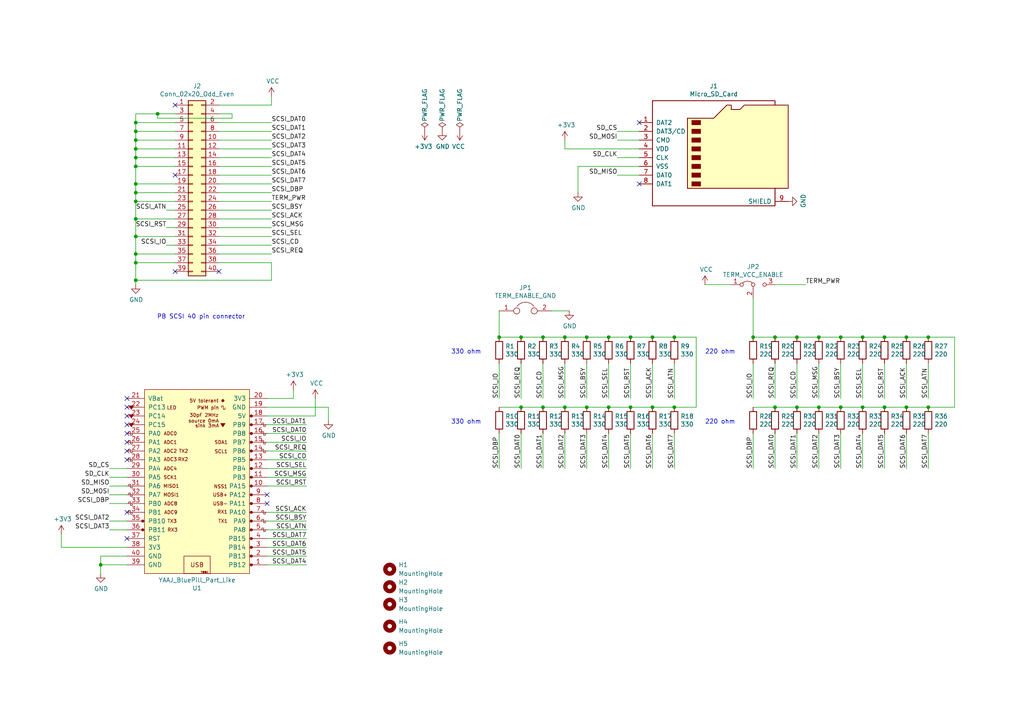
<source format=kicad_sch>
(kicad_sch (version 20211123) (generator eeschema)
  (paper "A4")
  (lib_symbols
    (symbol "Connector:Micro_SD_Card" (pin_names (offset 1.016))
      (property "Reference" "J" (at -16.51 15.24 0))
      (property "Value" "Micro_SD_Card" (at 16.51 15.24 0))
      (symbol "Micro_SD_Card_1_1"
        (pin bidirectional line (at -22.86 7.62 0) (length 3.81) (name "DAT2") (number "1"))
        (pin bidirectional line (at -22.86 5.08 0) (length 3.81) (name "DAT3/CD") (number "2"))
        (pin input line (at -22.86 2.54 0) (length 3.81) (name "CMD") (number "3"))
        (pin power_in line (at -22.86 0 0) (length 3.81) (name "VDD") (number "4"))
        (pin input line (at -22.86 -2.54 0) (length 3.81) (name "CLK") (number "5"))
        (pin power_in line (at -22.86 -5.08 0) (length 3.81) (name "VSS") (number "6"))
        (pin bidirectional line (at -22.86 -7.62 0) (length 3.81) (name "DAT0") (number "7"))
        (pin bidirectional line (at -22.86 -10.16 0) (length 3.81) (name "DAT1") (number "8"))
        (pin passive line (at 20.32 -15.24 180) (length 3.81) (name "SHIELD") (number "9"))
      )
    )
    (symbol "Connector_Generic:Conn_02x20_Odd_Even" (pin_names (offset 1.016) hide)
      (property "Reference" "J" (at 1.27 25.4 0))
      (property "Value" "Conn_02x20_Odd_Even" (at 1.27 -27.94 0))
      (symbol "Conn_02x20_Odd_Even_1_1"
        (pin passive line (at -5.08 22.86 0) (length 3.81) (name "Pin_1") (number "1"))
        (pin passive line (at 7.62 12.7 180) (length 3.81) (name "Pin_10") (number "10"))
        (pin passive line (at -5.08 10.16 0) (length 3.81) (name "Pin_11") (number "11"))
        (pin passive line (at 7.62 10.16 180) (length 3.81) (name "Pin_12") (number "12"))
        (pin passive line (at -5.08 7.62 0) (length 3.81) (name "Pin_13") (number "13"))
        (pin passive line (at 7.62 7.62 180) (length 3.81) (name "Pin_14") (number "14"))
        (pin passive line (at -5.08 5.08 0) (length 3.81) (name "Pin_15") (number "15"))
        (pin passive line (at 7.62 5.08 180) (length 3.81) (name "Pin_16") (number "16"))
        (pin passive line (at -5.08 2.54 0) (length 3.81) (name "Pin_17") (number "17"))
        (pin passive line (at 7.62 2.54 180) (length 3.81) (name "Pin_18") (number "18"))
        (pin passive line (at -5.08 0 0) (length 3.81) (name "Pin_19") (number "19"))
        (pin passive line (at 7.62 22.86 180) (length 3.81) (name "Pin_2") (number "2"))
        (pin passive line (at 7.62 0 180) (length 3.81) (name "Pin_20") (number "20"))
        (pin passive line (at -5.08 -2.54 0) (length 3.81) (name "Pin_21") (number "21"))
        (pin passive line (at 7.62 -2.54 180) (length 3.81) (name "Pin_22") (number "22"))
        (pin passive line (at -5.08 -5.08 0) (length 3.81) (name "Pin_23") (number "23"))
        (pin passive line (at 7.62 -5.08 180) (length 3.81) (name "Pin_24") (number "24"))
        (pin passive line (at -5.08 -7.62 0) (length 3.81) (name "Pin_25") (number "25"))
        (pin passive line (at 7.62 -7.62 180) (length 3.81) (name "Pin_26") (number "26"))
        (pin passive line (at -5.08 -10.16 0) (length 3.81) (name "Pin_27") (number "27"))
        (pin passive line (at 7.62 -10.16 180) (length 3.81) (name "Pin_28") (number "28"))
        (pin passive line (at -5.08 -12.7 0) (length 3.81) (name "Pin_29") (number "29"))
        (pin passive line (at -5.08 20.32 0) (length 3.81) (name "Pin_3") (number "3"))
        (pin passive line (at 7.62 -12.7 180) (length 3.81) (name "Pin_30") (number "30"))
        (pin passive line (at -5.08 -15.24 0) (length 3.81) (name "Pin_31") (number "31"))
        (pin passive line (at 7.62 -15.24 180) (length 3.81) (name "Pin_32") (number "32"))
        (pin passive line (at -5.08 -17.78 0) (length 3.81) (name "Pin_33") (number "33"))
        (pin passive line (at 7.62 -17.78 180) (length 3.81) (name "Pin_34") (number "34"))
        (pin passive line (at -5.08 -20.32 0) (length 3.81) (name "Pin_35") (number "35"))
        (pin passive line (at 7.62 -20.32 180) (length 3.81) (name "Pin_36") (number "36"))
        (pin passive line (at -5.08 -22.86 0) (length 3.81) (name "Pin_37") (number "37"))
        (pin passive line (at 7.62 -22.86 180) (length 3.81) (name "Pin_38") (number "38"))
        (pin passive line (at -5.08 -25.4 0) (length 3.81) (name "Pin_39") (number "39"))
        (pin passive line (at 7.62 20.32 180) (length 3.81) (name "Pin_4") (number "4"))
        (pin passive line (at 7.62 -25.4 180) (length 3.81) (name "Pin_40") (number "40"))
        (pin passive line (at -5.08 17.78 0) (length 3.81) (name "Pin_5") (number "5"))
        (pin passive line (at 7.62 17.78 180) (length 3.81) (name "Pin_6") (number "6"))
        (pin passive line (at -5.08 15.24 0) (length 3.81) (name "Pin_7") (number "7"))
        (pin passive line (at 7.62 15.24 180) (length 3.81) (name "Pin_8") (number "8"))
        (pin passive line (at -5.08 12.7 0) (length 3.81) (name "Pin_9") (number "9"))
      )
    )
    (symbol "Device:R" (pin_numbers hide) (pin_names (offset 0))
      (property "Reference" "R" (at 2.032 0 90))
      (property "Value" "R" (at 0 0 90))
      (symbol "R_1_1"
        (pin passive line (at 0 3.81 270) (length 1.27) (name "~") (number "1"))
        (pin passive line (at 0 -3.81 90) (length 1.27) (name "~") (number "2"))
      )
    )
    (symbol "Jumper:Jumper_3_Bridged12" (pin_names (offset 0) hide)
      (property "Reference" "JP" (at -2.54 -2.54 0))
      (property "Value" "Jumper_3_Bridged12" (at 0 2.794 0))
      (symbol "Jumper_3_Bridged12_1_1"
        (pin passive line (at -6.35 0 0) (length 2.54) (name "A") (number "1"))
        (pin passive line (at 0 -3.81 90) (length 2.54) (name "C") (number "2"))
        (pin passive line (at 6.35 0 180) (length 2.54) (name "B") (number "3"))
      )
    )
    (symbol "Mechanical:MountingHole" (pin_names (offset 1.016))
      (property "Reference" "H" (at 0 5.08 0))
      (property "Value" "MountingHole" (at 0 3.175 0))
    )
    (symbol "YAAJ_BluePill_Part_Like:YAAJ_BluePill_Part_Like" (pin_names (offset 1.016))
      (property "Reference" "U" (at -12.7 25.4 0))
      (property "Value" "YAAJ_BluePill_Part_Like" (at 0 2.54 90))
      (symbol "YAAJ_BluePill_Part_Like_0_0"
        (text "30pF 2MHz" (at -2.032 -20.574 0) (effects (font (size 0.9906 0.9906))))
        (text "5V tolerant" (at -2.032 -24.765 0) (effects (font (size 0.9906 0.9906))))
        (text "ADC0" (at 7.747 -15.24 0) (effects (font (size 0.9906 0.9906))))
        (text "ADC1" (at 7.747 -12.7 0) (effects (font (size 0.9906 0.9906))))
        (text "ADC2" (at 7.747 -10.16 0) (effects (font (size 0.9906 0.9906))))
        (text "ADC3" (at 7.747 -7.747 0) (effects (font (size 0.9906 0.9906))))
        (text "ADC4" (at 7.747 -5.08 0) (effects (font (size 0.9906 0.9906))))
        (text "ADC8" (at 7.62 5.08 0) (effects (font (size 0.9906 0.9906))))
        (text "ADC9" (at 7.62 7.62 0) (effects (font (size 0.9906 0.9906))))
        (text "LED" (at 7.366 -22.733 0) (effects (font (size 0.9906 0.9906))))
        (text "MISO1" (at 7.493 0 0) (effects (font (size 0.9906 0.9906))))
        (text "MOSI1" (at 7.493 2.54 0) (effects (font (size 0.9906 0.9906))))
        (text "NSS1" (at -6.858 0.127 0) (effects (font (size 0.9906 0.9906))))
        (text "PWM pin" (at -3.175 -22.733 0) (effects (font (size 0.9906 0.9906))))
        (text "RX1" (at -7.366 7.493 0) (effects (font (size 0.9906 0.9906))))
        (text "RX2" (at 4.064 -7.747 0) (effects (font (size 0.9906 0.9906))))
        (text "RX3" (at 7.112 12.7 0) (effects (font (size 0.9906 0.9906))))
        (text "SCK1" (at 7.747 -2.54 0) (effects (font (size 0.9906 0.9906))))
        (text "SCL1" (at -6.985 -10.033 0) (effects (font (size 0.9906 0.9906))))
        (text "SDA1" (at -6.985 -12.7 0) (effects (font (size 0.9906 0.9906))))
        (text "sink 3mA" (at -2.921 -17.526 0) (effects (font (size 0.9906 0.9906))))
        (text "source 0mA" (at -1.905 -18.923 0) (effects (font (size 0.9906 0.9906))))
        (text "TX1" (at -7.493 10.16 0) (effects (font (size 0.9906 0.9906))))
        (text "TX2" (at 3.937 -10.16 0) (effects (font (size 0.9906 0.9906))))
        (text "TX3" (at 7.239 10.16 0) (effects (font (size 0.9906 0.9906))))
        (text "USB" (at 0 22.86 0) (effects (font (size 1.27 1.27))))
        (text "USB+" (at -6.731 2.54 0) (effects (font (size 0.9906 0.9906))))
        (text "USB-" (at -6.731 5.08 0) (effects (font (size 0.9906 0.9906))))
        (text "Y@@J" (at -2.159 24.892 0) (effects (font (size 0.508 0.508))))
      )
      (symbol "YAAJ_BluePill_Part_Like_1_1"
        (pin bidirectional line (at -20.32 22.86 0) (length 5.08) (name "PB12") (number "1"))
        (pin bidirectional line (at -20.32 0 0) (length 5.08) (name "PA15") (number "10"))
        (pin bidirectional line (at -20.32 -2.54 0) (length 5.08) (name "PB3") (number "11"))
        (pin bidirectional line (at -20.32 -5.08 0) (length 5.08) (name "PB4") (number "12"))
        (pin bidirectional line (at -20.32 -7.62 0) (length 5.08) (name "PB5") (number "13"))
        (pin bidirectional line (at -20.32 -10.16 0) (length 5.08) (name "PB6") (number "14"))
        (pin bidirectional line (at -20.32 -12.7 0) (length 5.08) (name "PB7") (number "15"))
        (pin bidirectional line (at -20.32 -15.24 0) (length 5.08) (name "PB8") (number "16"))
        (pin bidirectional line (at -20.32 -17.78 0) (length 5.08) (name "PB9") (number "17"))
        (pin power_in line (at -20.32 -20.32 0) (length 5.08) (name "5V") (number "18"))
        (pin power_in line (at -20.32 -22.86 0) (length 5.08) (name "GND") (number "19"))
        (pin bidirectional line (at -20.32 20.32 0) (length 5.08) (name "PB13") (number "2"))
        (pin power_in line (at -20.32 -25.4 0) (length 5.08) (name "3V3") (number "20"))
        (pin power_in line (at 20.32 -25.4 180) (length 5.08) (name "VBat") (number "21"))
        (pin bidirectional line (at 20.32 -22.86 180) (length 5.08) (name "PC13") (number "22"))
        (pin bidirectional line (at 20.32 -20.32 180) (length 5.08) (name "PC14") (number "23"))
        (pin bidirectional line (at 20.32 -17.78 180) (length 5.08) (name "PC15") (number "24"))
        (pin bidirectional line (at 20.32 -15.24 180) (length 5.08) (name "PA0") (number "25"))
        (pin bidirectional line (at 20.32 -12.7 180) (length 5.08) (name "PA1") (number "26"))
        (pin bidirectional line (at 20.32 -10.16 180) (length 5.08) (name "PA2") (number "27"))
        (pin bidirectional line (at 20.32 -7.62 180) (length 5.08) (name "PA3") (number "28"))
        (pin bidirectional line (at 20.32 -5.08 180) (length 5.08) (name "PA4") (number "29"))
        (pin bidirectional line (at -20.32 17.78 0) (length 5.08) (name "PB14") (number "3"))
        (pin bidirectional line (at 20.32 -2.54 180) (length 5.08) (name "PA5") (number "30"))
        (pin bidirectional line (at 20.32 0 180) (length 5.08) (name "PA6") (number "31"))
        (pin bidirectional line (at 20.32 2.54 180) (length 5.08) (name "PA7") (number "32"))
        (pin bidirectional line (at 20.32 5.08 180) (length 5.08) (name "PB0") (number "33"))
        (pin bidirectional line (at 20.32 7.62 180) (length 5.08) (name "PB1") (number "34"))
        (pin bidirectional line (at 20.32 10.16 180) (length 5.08) (name "PB10") (number "35"))
        (pin bidirectional line (at 20.32 12.7 180) (length 5.08) (name "PB11") (number "36"))
        (pin input line (at 20.32 15.24 180) (length 5.08) (name "RST") (number "37"))
        (pin power_in line (at 20.32 17.78 180) (length 5.08) (name "3V3") (number "38"))
        (pin power_in line (at 20.32 22.86 180) (length 5.08) (name "GND") (number "39"))
        (pin bidirectional line (at -20.32 15.24 0) (length 5.08) (name "PB15") (number "4"))
        (pin power_in line (at 20.32 20.32 180) (length 5.08) (name "GND") (number "40"))
        (pin bidirectional line (at -20.32 12.7 0) (length 5.08) (name "PA8") (number "5"))
        (pin bidirectional line (at -20.32 10.16 0) (length 5.08) (name "PA9") (number "6"))
        (pin bidirectional line (at -20.32 7.62 0) (length 5.08) (name "PA10") (number "7"))
        (pin bidirectional line (at -20.32 5.08 0) (length 5.08) (name "PA11") (number "8"))
        (pin bidirectional line (at -20.32 2.54 0) (length 5.08) (name "PA12") (number "9"))
      )
    )
    (symbol "power:+3.3V" (power) (pin_names (offset 0))
      (property "Value" "+3.3V" (at 0 3.556 0))
      (symbol "+3.3V_1_1"
        (pin power_in line (at 0 0 90) (length 0) hide (name "+3V3") (number "1"))
      )
    )
    (symbol "power:GND" (power) (pin_names (offset 0))
      (property "Value" "GND" (at 0 -3.81 0))
      (symbol "GND_1_1"
        (pin power_in line (at 0 0 270) (length 0) hide (name "GND") (number "1"))
      )
    )
    (symbol "power:PWR_FLAG" (power) (pin_numbers hide) (pin_names (offset 0) hide)
      (property "Value" "PWR_FLAG" (at 0 3.81 0))
      (symbol "PWR_FLAG_0_0"
        (pin power_out line (at 0 0 90) (length 0) (name "pwr") (number "1"))
      )
    )
    (symbol "power:VCC" (power) (pin_names (offset 0))
      (property "Value" "VCC" (at 0 3.81 0))
      (symbol "VCC_1_1"
        (pin power_in line (at 0 0 90) (length 0) hide (name "VCC") (number "1"))
      )
    )
    (symbol "v2-PowerBook-BLUESCSI-dehij-rescue:Jumper-Device" (pin_names (offset 0.762) hide)
      (property "Reference" "JP" (at 0 3.81 0))
      (property "Value" "Jumper-Device" (at 0 -2.032 0))
      (symbol "Jumper-Device_0_1"
        (pin passive line (at -7.62 0 0) (length 4.191) (name "1") (number "1"))
        (pin passive line (at 7.62 0 180) (length 4.191) (name "2") (number "2"))
      )
    )
  )
  (junction (at 39.37 38.1) (diameter 0.9144))
  (junction (at 269.24 118.11) (diameter 0.9144))
  (junction (at 39.37 55.88) (diameter 0.9144))
  (junction (at 195.58 118.11) (diameter 0.9144))
  (junction (at 45.72 33.02) (diameter 0.9144))
  (junction (at 170.18 97.79) (diameter 0.9144))
  (junction (at 218.44 97.79) (diameter 0.9144))
  (junction (at 224.79 97.79) (diameter 0.9144))
  (junction (at 243.84 118.11) (diameter 0.9144))
  (junction (at 176.53 97.79) (diameter 0.9144))
  (junction (at 256.54 118.11) (diameter 0.9144))
  (junction (at 39.37 35.56) (diameter 0.9144))
  (junction (at 170.18 118.11) (diameter 0.9144))
  (junction (at 237.49 118.11) (diameter 0.9144))
  (junction (at 182.88 118.11) (diameter 0.9144))
  (junction (at 243.84 97.79) (diameter 0.9144))
  (junction (at 39.37 73.66) (diameter 0.9144))
  (junction (at 262.89 97.79) (diameter 0.9144))
  (junction (at 176.53 118.11) (diameter 0.9144))
  (junction (at 250.19 97.79) (diameter 0.9144))
  (junction (at 189.23 118.11) (diameter 0.9144))
  (junction (at 39.37 48.26) (diameter 0.9144))
  (junction (at 39.37 81.28) (diameter 0.9144))
  (junction (at 151.13 118.11) (diameter 0.9144))
  (junction (at 231.14 118.11) (diameter 0.9144))
  (junction (at 39.37 43.18) (diameter 0.9144))
  (junction (at 237.49 97.79) (diameter 0.9144))
  (junction (at 39.37 45.72) (diameter 0.9144))
  (junction (at 262.89 118.11) (diameter 0.9144))
  (junction (at 39.37 58.42) (diameter 0.9144))
  (junction (at 231.14 97.79) (diameter 0.9144))
  (junction (at 163.83 97.79) (diameter 0.9144))
  (junction (at 29.21 163.83) (diameter 0.9144))
  (junction (at 39.37 53.34) (diameter 0.9144))
  (junction (at 39.37 63.5) (diameter 0.9144))
  (junction (at 250.19 118.11) (diameter 0.9144))
  (junction (at 39.37 76.2) (diameter 0.9144))
  (junction (at 189.23 97.79) (diameter 0.9144))
  (junction (at 224.79 118.11) (diameter 0.9144))
  (junction (at 39.37 40.64) (diameter 0.9144))
  (junction (at 182.88 97.79) (diameter 0.9144))
  (junction (at 157.48 118.11) (diameter 0.9144))
  (junction (at 256.54 97.79) (diameter 0.9144))
  (junction (at 144.78 97.79) (diameter 0.9144))
  (junction (at 195.58 97.79) (diameter 0.9144))
  (junction (at 269.24 97.79) (diameter 0.9144))
  (junction (at 151.13 97.79) (diameter 0.9144))
  (junction (at 157.48 97.79) (diameter 0.9144))
  (junction (at 163.83 118.11) (diameter 0.9144))
  (junction (at 39.37 68.58) (diameter 0.9144))
  (no_connect (at 36.83 123.19))
  (no_connect (at 36.83 115.57))
  (no_connect (at 36.83 133.35))
  (no_connect (at 36.83 130.81))
  (no_connect (at 63.5 78.74))
  (no_connect (at 50.8 30.48))
  (no_connect (at 36.83 148.59))
  (no_connect (at 50.8 50.8))
  (no_connect (at 185.42 35.56))
  (no_connect (at 36.83 125.73))
  (no_connect (at 36.83 118.11))
  (no_connect (at 185.42 53.34))
  (no_connect (at 36.83 156.21))
  (no_connect (at 77.47 143.51))
  (no_connect (at 36.83 120.65))
  (no_connect (at 50.8 78.74))
  (no_connect (at 36.83 128.27))
  (no_connect (at 77.47 146.05))
  (wire (pts (xy 88.9 140.97) (xy 77.47 140.97)))
  (wire (pts (xy 269.24 125.73) (xy 269.24 135.89)))
  (wire (pts (xy 39.37 76.2) (xy 39.37 81.28)))
  (wire (pts (xy 50.8 38.1) (xy 39.37 38.1)))
  (wire (pts (xy 157.48 118.11) (xy 151.13 118.11)))
  (wire (pts (xy 163.83 43.18) (xy 163.83 40.64)))
  (wire (pts (xy 63.5 73.66) (xy 78.74 73.66)))
  (wire (pts (xy 50.8 43.18) (xy 39.37 43.18)))
  (wire (pts (xy 63.5 60.96) (xy 78.74 60.96)))
  (wire (pts (xy 179.07 50.8) (xy 185.42 50.8)))
  (wire (pts (xy 39.37 68.58) (xy 39.37 73.66)))
  (wire (pts (xy 29.21 161.29) (xy 29.21 163.83)))
  (wire (pts (xy 88.9 138.43) (xy 77.47 138.43)))
  (wire (pts (xy 48.26 71.12) (xy 50.8 71.12)))
  (wire (pts (xy 29.21 163.83) (xy 29.21 166.37)))
  (wire (pts (xy 185.42 48.26) (xy 167.64 48.26)))
  (wire (pts (xy 31.75 153.67) (xy 36.83 153.67)))
  (wire (pts (xy 63.5 48.26) (xy 78.74 48.26)))
  (wire (pts (xy 170.18 125.73) (xy 170.18 135.89)))
  (wire (pts (xy 151.13 135.89) (xy 151.13 125.73)))
  (wire (pts (xy 36.83 161.29) (xy 29.21 161.29)))
  (wire (pts (xy 163.83 115.57) (xy 163.83 105.41)))
  (wire (pts (xy 50.8 33.02) (xy 45.72 33.02)))
  (wire (pts (xy 276.86 97.79) (xy 276.86 118.11)))
  (wire (pts (xy 224.79 115.57) (xy 224.79 105.41)))
  (wire (pts (xy 189.23 97.79) (xy 182.88 97.79)))
  (wire (pts (xy 176.53 97.79) (xy 170.18 97.79)))
  (wire (pts (xy 50.8 53.34) (xy 39.37 53.34)))
  (wire (pts (xy 17.78 158.75) (xy 17.78 154.94)))
  (wire (pts (xy 256.54 105.41) (xy 256.54 115.57)))
  (wire (pts (xy 163.83 118.11) (xy 157.48 118.11)))
  (wire (pts (xy 63.5 71.12) (xy 78.74 71.12)))
  (wire (pts (xy 45.72 33.02) (xy 39.37 33.02)))
  (wire (pts (xy 31.75 140.97) (xy 36.83 140.97)))
  (wire (pts (xy 144.78 97.79) (xy 144.78 90.17)))
  (wire (pts (xy 151.13 115.57) (xy 151.13 105.41)))
  (wire (pts (xy 63.5 38.1) (xy 78.74 38.1)))
  (wire (pts (xy 250.19 97.79) (xy 243.84 97.79)))
  (wire (pts (xy 218.44 105.41) (xy 218.44 115.57)))
  (wire (pts (xy 237.49 97.79) (xy 231.14 97.79)))
  (wire (pts (xy 31.75 135.89) (xy 36.83 135.89)))
  (wire (pts (xy 39.37 43.18) (xy 39.37 45.72)))
  (wire (pts (xy 157.48 105.41) (xy 157.48 115.57)))
  (wire (pts (xy 179.07 45.72) (xy 185.42 45.72)))
  (wire (pts (xy 50.8 35.56) (xy 39.37 35.56)))
  (wire (pts (xy 151.13 118.11) (xy 144.78 118.11)))
  (wire (pts (xy 63.5 40.64) (xy 78.74 40.64)))
  (wire (pts (xy 63.5 43.18) (xy 78.74 43.18)))
  (wire (pts (xy 256.54 118.11) (xy 250.19 118.11)))
  (wire (pts (xy 63.5 33.02) (xy 67.31 33.02)))
  (wire (pts (xy 88.9 125.73) (xy 77.47 125.73)))
  (wire (pts (xy 78.74 30.48) (xy 78.74 27.94)))
  (wire (pts (xy 50.8 45.72) (xy 39.37 45.72)))
  (wire (pts (xy 195.58 97.79) (xy 189.23 97.79)))
  (wire (pts (xy 50.8 73.66) (xy 39.37 73.66)))
  (wire (pts (xy 218.44 125.73) (xy 218.44 135.89)))
  (wire (pts (xy 250.19 115.57) (xy 250.19 105.41)))
  (wire (pts (xy 204.47 82.55) (xy 212.09 82.55)))
  (wire (pts (xy 157.48 97.79) (xy 151.13 97.79)))
  (wire (pts (xy 77.47 148.59) (xy 88.9 148.59)))
  (wire (pts (xy 256.54 97.79) (xy 250.19 97.79)))
  (wire (pts (xy 39.37 48.26) (xy 39.37 53.34)))
  (wire (pts (xy 63.5 30.48) (xy 78.74 30.48)))
  (wire (pts (xy 269.24 118.11) (xy 262.89 118.11)))
  (wire (pts (xy 160.02 90.17) (xy 165.1 90.17)))
  (wire (pts (xy 50.8 63.5) (xy 39.37 63.5)))
  (wire (pts (xy 163.83 135.89) (xy 163.83 125.73)))
  (wire (pts (xy 176.53 115.57) (xy 176.53 105.41)))
  (wire (pts (xy 218.44 86.36) (xy 218.44 97.79)))
  (wire (pts (xy 88.9 163.83) (xy 77.47 163.83)))
  (wire (pts (xy 48.26 66.04) (xy 50.8 66.04)))
  (wire (pts (xy 176.53 135.89) (xy 176.53 125.73)))
  (wire (pts (xy 170.18 118.11) (xy 163.83 118.11)))
  (wire (pts (xy 45.72 34.29) (xy 67.31 34.29)))
  (wire (pts (xy 269.24 97.79) (xy 276.86 97.79)))
  (wire (pts (xy 50.8 76.2) (xy 39.37 76.2)))
  (wire (pts (xy 88.9 130.81) (xy 77.47 130.81)))
  (wire (pts (xy 45.72 34.29) (xy 45.72 33.02)))
  (wire (pts (xy 243.84 105.41) (xy 243.84 115.57)))
  (wire (pts (xy 77.47 120.65) (xy 91.44 120.65)))
  (wire (pts (xy 224.79 135.89) (xy 224.79 125.73)))
  (wire (pts (xy 88.9 128.27) (xy 77.47 128.27)))
  (wire (pts (xy 195.58 115.57) (xy 195.58 105.41)))
  (wire (pts (xy 189.23 135.89) (xy 189.23 125.73)))
  (wire (pts (xy 36.83 158.75) (xy 17.78 158.75)))
  (wire (pts (xy 85.09 115.57) (xy 85.09 113.03)))
  (wire (pts (xy 276.86 118.11) (xy 269.24 118.11)))
  (wire (pts (xy 88.9 135.89) (xy 77.47 135.89)))
  (wire (pts (xy 167.64 48.26) (xy 167.64 55.88)))
  (wire (pts (xy 63.5 68.58) (xy 78.74 68.58)))
  (wire (pts (xy 77.47 158.75) (xy 88.9 158.75)))
  (wire (pts (xy 201.93 97.79) (xy 201.93 118.11)))
  (wire (pts (xy 269.24 115.57) (xy 269.24 105.41)))
  (wire (pts (xy 243.84 97.79) (xy 237.49 97.79)))
  (wire (pts (xy 88.9 151.13) (xy 77.47 151.13)))
  (wire (pts (xy 163.83 97.79) (xy 157.48 97.79)))
  (wire (pts (xy 179.07 38.1) (xy 185.42 38.1)))
  (wire (pts (xy 88.9 133.35) (xy 77.47 133.35)))
  (wire (pts (xy 39.37 53.34) (xy 39.37 55.88)))
  (wire (pts (xy 231.14 105.41) (xy 231.14 115.57)))
  (wire (pts (xy 50.8 48.26) (xy 39.37 48.26)))
  (wire (pts (xy 31.75 151.13) (xy 36.83 151.13)))
  (wire (pts (xy 63.5 45.72) (xy 78.74 45.72)))
  (wire (pts (xy 250.19 118.11) (xy 243.84 118.11)))
  (wire (pts (xy 144.78 105.41) (xy 144.78 115.57)))
  (wire (pts (xy 231.14 125.73) (xy 231.14 135.89)))
  (wire (pts (xy 237.49 118.11) (xy 231.14 118.11)))
  (wire (pts (xy 88.9 156.21) (xy 77.47 156.21)))
  (wire (pts (xy 77.47 153.67) (xy 88.9 153.67)))
  (wire (pts (xy 88.9 161.29) (xy 77.47 161.29)))
  (wire (pts (xy 195.58 118.11) (xy 189.23 118.11)))
  (wire (pts (xy 63.5 35.56) (xy 78.74 35.56)))
  (wire (pts (xy 179.07 40.64) (xy 185.42 40.64)))
  (wire (pts (xy 195.58 125.73) (xy 195.58 135.89)))
  (wire (pts (xy 39.37 40.64) (xy 39.37 43.18)))
  (wire (pts (xy 182.88 118.11) (xy 176.53 118.11)))
  (wire (pts (xy 67.31 33.02) (xy 67.31 34.29)))
  (wire (pts (xy 224.79 82.55) (xy 233.68 82.55)))
  (wire (pts (xy 95.25 118.11) (xy 95.25 121.92)))
  (wire (pts (xy 39.37 45.72) (xy 39.37 48.26)))
  (wire (pts (xy 170.18 97.79) (xy 163.83 97.79)))
  (wire (pts (xy 262.89 105.41) (xy 262.89 115.57)))
  (wire (pts (xy 39.37 55.88) (xy 39.37 58.42)))
  (wire (pts (xy 50.8 58.42) (xy 39.37 58.42)))
  (wire (pts (xy 39.37 58.42) (xy 39.37 63.5)))
  (wire (pts (xy 78.74 81.28) (xy 39.37 81.28)))
  (wire (pts (xy 144.78 125.73) (xy 144.78 135.89)))
  (wire (pts (xy 151.13 97.79) (xy 144.78 97.79)))
  (wire (pts (xy 176.53 118.11) (xy 170.18 118.11)))
  (wire (pts (xy 78.74 76.2) (xy 78.74 81.28)))
  (wire (pts (xy 237.49 135.89) (xy 237.49 125.73)))
  (wire (pts (xy 201.93 118.11) (xy 195.58 118.11)))
  (wire (pts (xy 48.26 60.96) (xy 50.8 60.96)))
  (wire (pts (xy 77.47 115.57) (xy 85.09 115.57)))
  (wire (pts (xy 63.5 50.8) (xy 78.74 50.8)))
  (wire (pts (xy 262.89 135.89) (xy 262.89 125.73)))
  (wire (pts (xy 182.88 105.41) (xy 182.88 115.57)))
  (wire (pts (xy 170.18 105.41) (xy 170.18 115.57)))
  (wire (pts (xy 224.79 118.11) (xy 218.44 118.11)))
  (wire (pts (xy 39.37 81.28) (xy 39.37 82.55)))
  (wire (pts (xy 77.47 118.11) (xy 95.25 118.11)))
  (wire (pts (xy 91.44 120.65) (xy 91.44 115.57)))
  (wire (pts (xy 185.42 43.18) (xy 163.83 43.18)))
  (wire (pts (xy 224.79 97.79) (xy 218.44 97.79)))
  (wire (pts (xy 63.5 55.88) (xy 78.74 55.88)))
  (wire (pts (xy 31.75 143.51) (xy 36.83 143.51)))
  (wire (pts (xy 269.24 97.79) (xy 262.89 97.79)))
  (wire (pts (xy 39.37 38.1) (xy 39.37 40.64)))
  (wire (pts (xy 63.5 76.2) (xy 78.74 76.2)))
  (wire (pts (xy 189.23 118.11) (xy 182.88 118.11)))
  (wire (pts (xy 262.89 97.79) (xy 256.54 97.79)))
  (wire (pts (xy 63.5 63.5) (xy 78.74 63.5)))
  (wire (pts (xy 182.88 97.79) (xy 176.53 97.79)))
  (wire (pts (xy 63.5 58.42) (xy 78.74 58.42)))
  (wire (pts (xy 50.8 55.88) (xy 39.37 55.88)))
  (wire (pts (xy 31.75 146.05) (xy 36.83 146.05)))
  (wire (pts (xy 250.19 135.89) (xy 250.19 125.73)))
  (wire (pts (xy 256.54 125.73) (xy 256.54 135.89)))
  (wire (pts (xy 39.37 33.02) (xy 39.37 35.56)))
  (wire (pts (xy 31.75 138.43) (xy 36.83 138.43)))
  (wire (pts (xy 231.14 97.79) (xy 224.79 97.79)))
  (wire (pts (xy 189.23 105.41) (xy 189.23 115.57)))
  (wire (pts (xy 243.84 125.73) (xy 243.84 135.89)))
  (wire (pts (xy 39.37 63.5) (xy 39.37 68.58)))
  (wire (pts (xy 36.83 163.83) (xy 29.21 163.83)))
  (wire (pts (xy 39.37 73.66) (xy 39.37 76.2)))
  (wire (pts (xy 50.8 40.64) (xy 39.37 40.64)))
  (wire (pts (xy 231.14 118.11) (xy 224.79 118.11)))
  (wire (pts (xy 195.58 97.79) (xy 201.93 97.79)))
  (wire (pts (xy 157.48 125.73) (xy 157.48 135.89)))
  (wire (pts (xy 88.9 123.19) (xy 77.47 123.19)))
  (wire (pts (xy 262.89 118.11) (xy 256.54 118.11)))
  (wire (pts (xy 182.88 125.73) (xy 182.88 135.89)))
  (wire (pts (xy 237.49 115.57) (xy 237.49 105.41)))
  (wire (pts (xy 39.37 35.56) (xy 39.37 38.1)))
  (wire (pts (xy 243.84 118.11) (xy 237.49 118.11)))
  (wire (pts (xy 63.5 66.04) (xy 78.74 66.04)))
  (wire (pts (xy 63.5 53.34) (xy 78.74 53.34)))
  (wire (pts (xy 50.8 68.58) (xy 39.37 68.58)))
  (text "330 ohm" (at 130.81 123.19 0) (effects (font (size 1.27 1.27)) (justify left bottom)))
  (text "220 ohm" (at 204.47 123.19 0) (effects (font (size 1.27 1.27)) (justify left bottom)))
  (text "PB SCSI 40 pin connector" (at 71.12 92.71 180) (effects (font (size 1.27 1.27)) (justify right bottom)))
  (text "220 ohm\n" (at 204.47 102.87 0) (effects (font (size 1.27 1.27)) (justify left bottom)))
  (text "330 ohm" (at 130.81 102.87 0) (effects (font (size 1.27 1.27)) (justify left bottom)))
  (label "SD_MOSI" (at 31.75 143.51 180))
  (label "SCSI_ATN" (at 88.9 153.67 180))
  (label "SCSI_DAT5" (at 256.54 135.89 90))
  (label "SCSI_RST" (at 48.26 66.04 180))
  (label "SCSI_BSY" (at 88.9 151.13 180))
  (label "SCSI_SEL" (at 250.19 115.57 90))
  (label "SCSI_MSG" (at 88.9 138.43 180))
  (label "SCSI_DAT1" (at 88.9 123.19 180))
  (label "SCSI_DBP" (at 31.75 146.05 180))
  (label "SD_CLK" (at 31.75 138.43 180))
  (label "SCSI_DAT5" (at 182.88 135.89 90))
  (label "SCSI_REQ" (at 78.74 73.66 0))
  (label "SCSI_DAT6" (at 78.74 50.8 0))
  (label "SCSI_DAT4" (at 250.19 135.89 90))
  (label "SCSI_ATN" (at 269.24 115.57 90))
  (label "SCSI_IO" (at 88.9 128.27 180))
  (label "SCSI_DAT7" (at 195.58 135.89 90))
  (label "SCSI_DAT7" (at 269.24 135.89 90))
  (label "SD_MOSI" (at 179.07 40.64 180))
  (label "SCSI_DAT7" (at 78.74 53.34 0))
  (label "SCSI_CD" (at 231.14 115.57 90))
  (label "SCSI_RST" (at 88.9 140.97 180))
  (label "SCSI_DAT5" (at 88.9 161.29 180))
  (label "SCSI_DAT6" (at 262.89 135.89 90))
  (label "SCSI_DAT2" (at 237.49 135.89 90))
  (label "SCSI_DAT1" (at 231.14 135.89 90))
  (label "SCSI_IO" (at 48.26 71.12 180))
  (label "SCSI_DAT2" (at 163.83 135.89 90))
  (label "SCSI_DAT1" (at 78.74 38.1 0))
  (label "SCSI_DBP" (at 78.74 55.88 0))
  (label "SCSI_MSG" (at 237.49 115.57 90))
  (label "SCSI_RST" (at 256.54 115.57 90))
  (label "SCSI_SEL" (at 78.74 68.58 0))
  (label "SCSI_DAT7" (at 88.9 156.21 180))
  (label "SCSI_DAT4" (at 78.74 45.72 0))
  (label "SD_CS" (at 179.07 38.1 180))
  (label "SCSI_MSG" (at 78.74 66.04 0))
  (label "SCSI_IO" (at 144.78 115.57 90))
  (label "SCSI_ACK" (at 78.74 63.5 0))
  (label "SCSI_SEL" (at 88.9 135.89 180))
  (label "SCSI_DAT4" (at 176.53 135.89 90))
  (label "SCSI_DAT5" (at 78.74 48.26 0))
  (label "TERM_PWR" (at 233.68 82.55 0))
  (label "SCSI_IO" (at 218.44 115.57 90))
  (label "SCSI_ACK" (at 262.89 115.57 90))
  (label "SCSI_DBP" (at 218.44 135.89 90))
  (label "SCSI_DAT4" (at 88.9 163.83 180))
  (label "SCSI_ACK" (at 88.9 148.59 180))
  (label "SCSI_DAT0" (at 78.74 35.56 0))
  (label "SCSI_DAT3" (at 170.18 135.89 90))
  (label "SCSI_DAT0" (at 224.79 135.89 90))
  (label "SD_MISO" (at 31.75 140.97 180))
  (label "SCSI_ATN" (at 195.58 115.57 90))
  (label "SCSI_REQ" (at 224.79 115.57 90))
  (label "SCSI_DAT3" (at 78.74 43.18 0))
  (label "SCSI_ATN" (at 48.26 60.96 180))
  (label "SCSI_DAT2" (at 78.74 40.64 0))
  (label "SCSI_CD" (at 88.9 133.35 180))
  (label "SCSI_DAT3" (at 243.84 135.89 90))
  (label "SCSI_REQ" (at 88.9 130.81 180))
  (label "SCSI_DAT1" (at 157.48 135.89 90))
  (label "SCSI_ACK" (at 189.23 115.57 90))
  (label "SCSI_BSY" (at 78.74 60.96 0))
  (label "TERM_PWR" (at 78.74 58.42 0))
  (label "SCSI_REQ" (at 151.13 115.57 90))
  (label "SCSI_BSY" (at 243.84 115.57 90))
  (label "SCSI_BSY" (at 170.18 115.57 90))
  (label "SD_MISO" (at 179.07 50.8 180))
  (label "SCSI_RST" (at 182.88 115.57 90))
  (label "SCSI_DBP" (at 144.78 135.89 90))
  (label "SD_CLK" (at 179.07 45.72 180))
  (label "SCSI_CD" (at 157.48 115.57 90))
  (label "SCSI_DAT0" (at 88.9 125.73 180))
  (label "SCSI_DAT2" (at 31.75 151.13 180))
  (label "SCSI_MSG" (at 163.83 115.57 90))
  (label "SCSI_SEL" (at 176.53 115.57 90))
  (label "SCSI_DAT0" (at 151.13 135.89 90))
  (label "SD_CS" (at 31.75 135.89 180))
  (label "SCSI_CD" (at 78.74 71.12 0))
  (label "SCSI_DAT6" (at 189.23 135.89 90))
  (label "SCSI_DAT3" (at 31.75 153.67 180))
  (label "SCSI_DAT6" (at 88.9 158.75 180))
  (symbol (lib_id "Connector:Micro_SD_Card") (at 208.28 43.18 0) (unit 1)
    (property "Reference" "J1" (at 207.01 24.9682 0))
    (property "Value" "Micro_SD_Card" (at 207.01 27.2796 0))
    (property "Footprint" "Other footprints:Conn_uSDcard" (effects hide))
    (property "Datasheet" "http://katalog.we-online.de/em/datasheet/693072010801.pdf" (effects hide))
    (property "LCSC" "C164170" (effects hide))
  )
  (symbol (lib_id "YAAJ_BluePill_Part_Like:YAAJ_BluePill_Part_Like") (at 57.15 140.97 180) (unit 1)
    (property "Reference" "U1" (at 57.15 170.561 0))
    (property "Value" "YAAJ_BluePill_Part_Like" (at 57.15 168.2496 0))
    (property "Footprint" "Footprints:YAAJ_BluePill_2" (effects hide))
  )
  (symbol (lib_id "v2-PowerBook-BLUESCSI-dehij-rescue:Jumper-Device") (at 152.4 90.17 0) (unit 1)
    (property "Reference" "JP1" (at 152.4 83.4644 0))
    (property "Value" "TERM_ENABLE_GND" (at 152.4 85.7758 0))
    (property "Footprint" "Jumper:SolderJumper-2_P1.3mm_Bridged_Pad1.0x1.5mm" (effects hide))
  )
  (symbol (lib_id "power:GND") (at 165.1 90.17 0) (unit 1)
    (property "Reference" "#PWR0102" (effects hide))
    (property "Value" "GND" (at 165.227 94.5642 0))
  )
  (symbol (lib_id "power:+3.3V") (at 85.09 113.03 0) (unit 1)
    (property "Reference" "#PWR05" (effects hide))
    (property "Value" "+3.3V" (at 85.471 108.6358 0))
  )
  (symbol (lib_id "power:GND") (at 95.25 121.92 0) (unit 1)
    (property "Reference" "#PWR07" (effects hide))
    (property "Value" "GND" (at 95.377 126.3142 0))
  )
  (symbol (lib_id "power:VCC") (at 91.44 115.57 0) (unit 1)
    (property "Reference" "#PWR06" (effects hide))
    (property "Value" "VCC" (at 91.821 111.1758 0))
  )
  (symbol (lib_id "power:+3.3V") (at 17.78 154.94 0) (unit 1)
    (property "Reference" "#PWR08" (effects hide))
    (property "Value" "+3.3V" (at 18.161 150.5458 0))
  )
  (symbol (lib_id "power:GND") (at 29.21 166.37 0) (unit 1)
    (property "Reference" "#PWR09" (effects hide))
    (property "Value" "GND" (at 29.337 170.7642 0))
  )
  (symbol (lib_id "power:+3.3V") (at 163.83 40.64 0) (unit 1)
    (property "Reference" "#PWR02" (effects hide))
    (property "Value" "+3.3V" (at 164.211 36.2458 0))
  )
  (symbol (lib_id "Jumper:Jumper_3_Bridged12") (at 218.44 82.55 0) (unit 1)
    (property "Reference" "JP2" (at 218.44 77.3684 0))
    (property "Value" "TERM_VCC_ENABLE" (at 218.44 79.6798 0))
    (property "Footprint" "Jumper:SolderJumper-3_P1.3mm_Bridged12_Pad1.0x1.5mm_NumberLabels" (effects hide))
  )
  (symbol (lib_id "power:GND") (at 167.64 55.88 0) (unit 1)
    (property "Reference" "#PWR03" (effects hide))
    (property "Value" "GND" (at 167.767 60.2742 0))
  )
  (symbol (lib_id "Device:R") (at 144.78 121.92 0) (unit 1)
    (property "Reference" "R10" (at 146.558 120.7516 0) (effects (justify left)))
    (property "Value" "330" (at 146.558 123.063 0) (effects (justify left)))
    (property "Footprint" "Resistor_SMD:R_0805_2012Metric" (effects hide))
    (property "Datasheet" "https://datasheet.lcsc.com/lcsc/1912111437_Resistor-Today-HPCR0805F330RK9_C365291.pdf" (effects hide))
    (property "LCSC" "C365291" (effects hide))
  )
  (symbol (lib_id "Device:R") (at 151.13 121.92 0) (unit 1)
    (property "Reference" "R11" (at 152.908 120.7516 0) (effects (justify left)))
    (property "Value" "330" (at 152.908 123.063 0) (effects (justify left)))
    (property "Footprint" "Resistor_SMD:R_0805_2012Metric" (effects hide))
    (property "Datasheet" "https://datasheet.lcsc.com/lcsc/1912111437_Resistor-Today-HPCR0805F330RK9_C365291.pdf" (effects hide))
    (property "LCSC" "C365291" (effects hide))
  )
  (symbol (lib_id "Device:R") (at 157.48 121.92 0) (unit 1)
    (property "Reference" "R12" (at 159.258 120.7516 0) (effects (justify left)))
    (property "Value" "330" (at 159.258 123.063 0) (effects (justify left)))
    (property "Footprint" "Resistor_SMD:R_0805_2012Metric" (effects hide))
    (property "Datasheet" "https://datasheet.lcsc.com/lcsc/1912111437_Resistor-Today-HPCR0805F330RK9_C365291.pdf" (effects hide))
    (property "LCSC" "C365291" (effects hide))
  )
  (symbol (lib_id "Device:R") (at 163.83 121.92 0) (unit 1)
    (property "Reference" "R13" (at 165.608 120.7516 0) (effects (justify left)))
    (property "Value" "330" (at 165.608 123.063 0) (effects (justify left)))
    (property "Footprint" "Resistor_SMD:R_0805_2012Metric" (effects hide))
    (property "Datasheet" "https://datasheet.lcsc.com/lcsc/1912111437_Resistor-Today-HPCR0805F330RK9_C365291.pdf" (effects hide))
    (property "LCSC" "C365291" (effects hide))
  )
  (symbol (lib_id "Device:R") (at 170.18 121.92 0) (unit 1)
    (property "Reference" "R14" (at 171.958 120.7516 0) (effects (justify left)))
    (property "Value" "330" (at 171.958 123.063 0) (effects (justify left)))
    (property "Footprint" "Resistor_SMD:R_0805_2012Metric" (effects hide))
    (property "Datasheet" "https://datasheet.lcsc.com/lcsc/1912111437_Resistor-Today-HPCR0805F330RK9_C365291.pdf" (effects hide))
    (property "LCSC" "C365291" (effects hide))
  )
  (symbol (lib_id "Device:R") (at 176.53 121.92 0) (unit 1)
    (property "Reference" "R15" (at 178.308 120.7516 0) (effects (justify left)))
    (property "Value" "330" (at 178.308 123.063 0) (effects (justify left)))
    (property "Footprint" "Resistor_SMD:R_0805_2012Metric" (effects hide))
    (property "Datasheet" "https://datasheet.lcsc.com/lcsc/1912111437_Resistor-Today-HPCR0805F330RK9_C365291.pdf" (effects hide))
    (property "LCSC" "C365291" (effects hide))
  )
  (symbol (lib_id "Device:R") (at 182.88 121.92 0) (unit 1)
    (property "Reference" "R16" (at 184.658 120.7516 0) (effects (justify left)))
    (property "Value" "330" (at 184.658 123.063 0) (effects (justify left)))
    (property "Footprint" "Resistor_SMD:R_0805_2012Metric" (effects hide))
    (property "Datasheet" "https://datasheet.lcsc.com/lcsc/1912111437_Resistor-Today-HPCR0805F330RK9_C365291.pdf" (effects hide))
    (property "LCSC" "C365291" (effects hide))
  )
  (symbol (lib_id "Device:R") (at 189.23 121.92 0) (unit 1)
    (property "Reference" "R17" (at 191.008 120.7516 0) (effects (justify left)))
    (property "Value" "330" (at 191.008 123.063 0) (effects (justify left)))
    (property "Footprint" "Resistor_SMD:R_0805_2012Metric" (effects hide))
    (property "Datasheet" "https://datasheet.lcsc.com/lcsc/1912111437_Resistor-Today-HPCR0805F330RK9_C365291.pdf" (effects hide))
    (property "LCSC" "C365291" (effects hide))
  )
  (symbol (lib_id "Device:R") (at 195.58 121.92 0) (unit 1)
    (property "Reference" "R18" (at 197.358 120.7516 0) (effects (justify left)))
    (property "Value" "330" (at 197.358 123.063 0) (effects (justify left)))
    (property "Footprint" "Resistor_SMD:R_0805_2012Metric" (effects hide))
    (property "Datasheet" "https://datasheet.lcsc.com/lcsc/1912111437_Resistor-Today-HPCR0805F330RK9_C365291.pdf" (effects hide))
    (property "LCSC" "C365291" (effects hide))
  )
  (symbol (lib_id "Device:R") (at 195.58 101.6 0) (unit 1)
    (property "Reference" "R9" (at 197.358 100.4316 0) (effects (justify left)))
    (property "Value" "330" (at 197.358 102.743 0) (effects (justify left)))
    (property "Footprint" "Resistor_SMD:R_0805_2012Metric" (effects hide))
    (property "Datasheet" "https://datasheet.lcsc.com/lcsc/1912111437_Resistor-Today-HPCR0805F330RK9_C365291.pdf" (effects hide))
    (property "LCSC" "C365291" (effects hide))
  )
  (symbol (lib_id "Device:R") (at 189.23 101.6 0) (unit 1)
    (property "Reference" "R8" (at 191.008 100.4316 0) (effects (justify left)))
    (property "Value" "330" (at 191.008 102.743 0) (effects (justify left)))
    (property "Footprint" "Resistor_SMD:R_0805_2012Metric" (effects hide))
    (property "Datasheet" "https://datasheet.lcsc.com/lcsc/1912111437_Resistor-Today-HPCR0805F330RK9_C365291.pdf" (effects hide))
    (property "LCSC" "C365291" (effects hide))
  )
  (symbol (lib_id "Device:R") (at 182.88 101.6 0) (unit 1)
    (property "Reference" "R7" (at 184.658 100.4316 0) (effects (justify left)))
    (property "Value" "330" (at 184.658 102.743 0) (effects (justify left)))
    (property "Footprint" "Resistor_SMD:R_0805_2012Metric" (effects hide))
    (property "Datasheet" "https://datasheet.lcsc.com/lcsc/1912111437_Resistor-Today-HPCR0805F330RK9_C365291.pdf" (effects hide))
    (property "LCSC" "C365291" (effects hide))
  )
  (symbol (lib_id "Device:R") (at 176.53 101.6 0) (unit 1)
    (property "Reference" "R6" (at 178.308 100.4316 0) (effects (justify left)))
    (property "Value" "330" (at 178.308 102.743 0) (effects (justify left)))
    (property "Footprint" "Resistor_SMD:R_0805_2012Metric" (effects hide))
    (property "Datasheet" "https://datasheet.lcsc.com/lcsc/1912111437_Resistor-Today-HPCR0805F330RK9_C365291.pdf" (effects hide))
    (property "LCSC" "C365291" (effects hide))
  )
  (symbol (lib_id "Device:R") (at 170.18 101.6 0) (unit 1)
    (property "Reference" "R5" (at 171.958 100.4316 0) (effects (justify left)))
    (property "Value" "330" (at 171.958 102.743 0) (effects (justify left)))
    (property "Footprint" "Resistor_SMD:R_0805_2012Metric" (effects hide))
    (property "Datasheet" "https://datasheet.lcsc.com/lcsc/1912111437_Resistor-Today-HPCR0805F330RK9_C365291.pdf" (effects hide))
    (property "LCSC" "C365291" (effects hide))
  )
  (symbol (lib_id "Device:R") (at 163.83 101.6 0) (unit 1)
    (property "Reference" "R4" (at 165.608 100.4316 0) (effects (justify left)))
    (property "Value" "330" (at 165.608 102.743 0) (effects (justify left)))
    (property "Footprint" "Resistor_SMD:R_0805_2012Metric" (effects hide))
    (property "Datasheet" "https://datasheet.lcsc.com/lcsc/1912111437_Resistor-Today-HPCR0805F330RK9_C365291.pdf" (effects hide))
    (property "LCSC" "C365291" (effects hide))
  )
  (symbol (lib_id "Device:R") (at 157.48 101.6 0) (unit 1)
    (property "Reference" "R3" (at 159.258 100.4316 0) (effects (justify left)))
    (property "Value" "330" (at 159.258 102.743 0) (effects (justify left)))
    (property "Footprint" "Resistor_SMD:R_0805_2012Metric" (effects hide))
    (property "Datasheet" "https://datasheet.lcsc.com/lcsc/1912111437_Resistor-Today-HPCR0805F330RK9_C365291.pdf" (effects hide))
    (property "LCSC" "C365291" (effects hide))
  )
  (symbol (lib_id "Device:R") (at 151.13 101.6 0) (unit 1)
    (property "Reference" "R2" (at 152.908 100.4316 0) (effects (justify left)))
    (property "Value" "330" (at 152.908 102.743 0) (effects (justify left)))
    (property "Footprint" "Resistor_SMD:R_0805_2012Metric" (effects hide))
    (property "Datasheet" "https://datasheet.lcsc.com/lcsc/1912111437_Resistor-Today-HPCR0805F330RK9_C365291.pdf" (effects hide))
    (property "LCSC" "C365291" (effects hide))
  )
  (symbol (lib_id "Device:R") (at 144.78 101.6 0) (unit 1)
    (property "Reference" "R1" (at 146.558 100.4316 0) (effects (justify left)))
    (property "Value" "330" (at 146.558 102.743 0) (effects (justify left)))
    (property "Footprint" "Resistor_SMD:R_0805_2012Metric" (effects hide))
    (property "Datasheet" "https://datasheet.lcsc.com/lcsc/1912111437_Resistor-Today-HPCR0805F330RK9_C365291.pdf" (effects hide))
    (property "LCSC" "C365291" (effects hide))
  )
  (symbol (lib_id "Connector_Generic:Conn_02x20_Odd_Even") (at 55.88 53.34 0) (unit 1)
    (property "Reference" "J2" (at 57.15 24.9682 0))
    (property "Value" "Conn_02x20_Odd_Even" (at 57.15 27.2796 0))
    (property "Footprint" "Connector_PinSocket_2.00mm:PinSocket_2x20_P2.00mm_Vertical" (effects hide))
  )
  (symbol (lib_id "Device:R") (at 269.24 101.6 0) (unit 1)
    (property "Reference" "R27" (at 271.018 100.4316 0) (effects (justify left)))
    (property "Value" "220" (at 271.018 102.743 0) (effects (justify left)))
    (property "Footprint" "Resistor_SMD:R_0805_2012Metric" (effects hide))
    (property "Datasheet" "https://datasheet.lcsc.com/lcsc/1810311312_YAGEO-RC0805JR-7W220RL_C163392.pdf" (effects hide))
    (property "LCSC" "C163392" (effects hide))
  )
  (symbol (lib_id "Device:R") (at 262.89 101.6 0) (unit 1)
    (property "Reference" "R26" (at 264.668 100.4316 0) (effects (justify left)))
    (property "Value" "220" (at 264.668 102.743 0) (effects (justify left)))
    (property "Footprint" "Resistor_SMD:R_0805_2012Metric" (effects hide))
    (property "Datasheet" "https://datasheet.lcsc.com/lcsc/1810311312_YAGEO-RC0805JR-7W220RL_C163392.pdf" (effects hide))
    (property "LCSC" "C163392" (effects hide))
  )
  (symbol (lib_id "Device:R") (at 256.54 101.6 0) (unit 1)
    (property "Reference" "R25" (at 258.318 100.4316 0) (effects (justify left)))
    (property "Value" "220" (at 258.318 102.743 0) (effects (justify left)))
    (property "Footprint" "Resistor_SMD:R_0805_2012Metric" (effects hide))
    (property "Datasheet" "https://datasheet.lcsc.com/lcsc/1810311312_YAGEO-RC0805JR-7W220RL_C163392.pdf" (effects hide))
    (property "LCSC" "C163392" (effects hide))
  )
  (symbol (lib_id "Device:R") (at 250.19 101.6 0) (unit 1)
    (property "Reference" "R24" (at 251.968 100.4316 0) (effects (justify left)))
    (property "Value" "220" (at 251.968 102.743 0) (effects (justify left)))
    (property "Footprint" "Resistor_SMD:R_0805_2012Metric" (effects hide))
    (property "Datasheet" "https://datasheet.lcsc.com/lcsc/1810311312_YAGEO-RC0805JR-7W220RL_C163392.pdf" (effects hide))
    (property "LCSC" "C163392" (effects hide))
  )
  (symbol (lib_id "Device:R") (at 243.84 101.6 0) (unit 1)
    (property "Reference" "R23" (at 245.618 100.4316 0) (effects (justify left)))
    (property "Value" "220" (at 245.618 102.743 0) (effects (justify left)))
    (property "Footprint" "Resistor_SMD:R_0805_2012Metric" (effects hide))
    (property "Datasheet" "https://datasheet.lcsc.com/lcsc/1810311312_YAGEO-RC0805JR-7W220RL_C163392.pdf" (effects hide))
    (property "LCSC" "C163392" (effects hide))
  )
  (symbol (lib_id "Device:R") (at 237.49 101.6 0) (unit 1)
    (property "Reference" "R22" (at 239.268 100.4316 0) (effects (justify left)))
    (property "Value" "220" (at 239.268 102.743 0) (effects (justify left)))
    (property "Footprint" "Resistor_SMD:R_0805_2012Metric" (effects hide))
    (property "Datasheet" "https://datasheet.lcsc.com/lcsc/1810311312_YAGEO-RC0805JR-7W220RL_C163392.pdf" (effects hide))
    (property "LCSC" "C163392" (effects hide))
  )
  (symbol (lib_id "Device:R") (at 231.14 101.6 0) (unit 1)
    (property "Reference" "R21" (at 232.918 100.4316 0) (effects (justify left)))
    (property "Value" "220" (at 232.918 102.743 0) (effects (justify left)))
    (property "Footprint" "Resistor_SMD:R_0805_2012Metric" (effects hide))
    (property "Datasheet" "https://datasheet.lcsc.com/lcsc/1810311312_YAGEO-RC0805JR-7W220RL_C163392.pdf" (effects hide))
    (property "LCSC" "C163392" (effects hide))
  )
  (symbol (lib_id "Device:R") (at 224.79 101.6 0) (unit 1)
    (property "Reference" "R20" (at 226.568 100.4316 0) (effects (justify left)))
    (property "Value" "220" (at 226.568 102.743 0) (effects (justify left)))
    (property "Footprint" "Resistor_SMD:R_0805_2012Metric" (effects hide))
    (property "Datasheet" "https://datasheet.lcsc.com/lcsc/1810311312_YAGEO-RC0805JR-7W220RL_C163392.pdf" (effects hide))
    (property "LCSC" "C163392" (effects hide))
  )
  (symbol (lib_id "Device:R") (at 218.44 101.6 0) (unit 1)
    (property "Reference" "R19" (at 220.218 100.4316 0) (effects (justify left)))
    (property "Value" "220" (at 220.218 102.743 0) (effects (justify left)))
    (property "Footprint" "Resistor_SMD:R_0805_2012Metric" (effects hide))
    (property "Datasheet" "https://datasheet.lcsc.com/lcsc/1810311312_YAGEO-RC0805JR-7W220RL_C163392.pdf" (effects hide))
    (property "LCSC" "C163392" (effects hide))
  )
  (symbol (lib_id "Device:R") (at 269.24 121.92 0) (unit 1)
    (property "Reference" "R36" (at 271.018 120.7516 0) (effects (justify left)))
    (property "Value" "220" (at 271.018 123.063 0) (effects (justify left)))
    (property "Footprint" "Resistor_SMD:R_0805_2012Metric" (effects hide))
    (property "Datasheet" "https://datasheet.lcsc.com/lcsc/1810311312_YAGEO-RC0805JR-7W220RL_C163392.pdf" (effects hide))
    (property "LCSC" "C163392" (effects hide))
  )
  (symbol (lib_id "Device:R") (at 262.89 121.92 0) (unit 1)
    (property "Reference" "R35" (at 264.668 120.7516 0) (effects (justify left)))
    (property "Value" "220" (at 264.668 123.063 0) (effects (justify left)))
    (property "Footprint" "Resistor_SMD:R_0805_2012Metric" (effects hide))
    (property "Datasheet" "https://datasheet.lcsc.com/lcsc/1810311312_YAGEO-RC0805JR-7W220RL_C163392.pdf" (effects hide))
    (property "LCSC" "C163392" (effects hide))
  )
  (symbol (lib_id "Device:R") (at 256.54 121.92 0) (unit 1)
    (property "Reference" "R34" (at 258.318 120.7516 0) (effects (justify left)))
    (property "Value" "220" (at 258.318 123.063 0) (effects (justify left)))
    (property "Footprint" "Resistor_SMD:R_0805_2012Metric" (effects hide))
    (property "Datasheet" "https://datasheet.lcsc.com/lcsc/1810311312_YAGEO-RC0805JR-7W220RL_C163392.pdf" (effects hide))
    (property "LCSC" "C163392" (effects hide))
  )
  (symbol (lib_id "Device:R") (at 250.19 121.92 0) (unit 1)
    (property "Reference" "R33" (at 251.968 120.7516 0) (effects (justify left)))
    (property "Value" "220" (at 251.968 123.063 0) (effects (justify left)))
    (property "Footprint" "Resistor_SMD:R_0805_2012Metric" (effects hide))
    (property "Datasheet" "https://datasheet.lcsc.com/lcsc/1810311312_YAGEO-RC0805JR-7W220RL_C163392.pdf" (effects hide))
    (property "LCSC" "C163392" (effects hide))
  )
  (symbol (lib_id "Device:R") (at 243.84 121.92 0) (unit 1)
    (property "Reference" "R32" (at 245.618 120.7516 0) (effects (justify left)))
    (property "Value" "220" (at 245.618 123.063 0) (effects (justify left)))
    (property "Footprint" "Resistor_SMD:R_0805_2012Metric" (effects hide))
    (property "Datasheet" "https://datasheet.lcsc.com/lcsc/1810311312_YAGEO-RC0805JR-7W220RL_C163392.pdf" (effects hide))
    (property "LCSC" "C163392" (effects hide))
  )
  (symbol (lib_id "Device:R") (at 237.49 121.92 0) (unit 1)
    (property "Reference" "R31" (at 239.268 120.7516 0) (effects (justify left)))
    (property "Value" "220" (at 239.268 123.063 0) (effects (justify left)))
    (property "Footprint" "Resistor_SMD:R_0805_2012Metric" (effects hide))
    (property "Datasheet" "https://datasheet.lcsc.com/lcsc/1810311312_YAGEO-RC0805JR-7W220RL_C163392.pdf" (effects hide))
    (property "LCSC" "C163392" (effects hide))
  )
  (symbol (lib_id "Device:R") (at 231.14 121.92 0) (unit 1)
    (property "Reference" "R30" (at 232.918 120.7516 0) (effects (justify left)))
    (property "Value" "220" (at 232.918 123.063 0) (effects (justify left)))
    (property "Footprint" "Resistor_SMD:R_0805_2012Metric" (effects hide))
    (property "Datasheet" "https://datasheet.lcsc.com/lcsc/1810311312_YAGEO-RC0805JR-7W220RL_C163392.pdf" (effects hide))
    (property "LCSC" "C163392" (effects hide))
  )
  (symbol (lib_id "Device:R") (at 224.79 121.92 0) (unit 1)
    (property "Reference" "R29" (at 226.568 120.7516 0) (effects (justify left)))
    (property "Value" "220" (at 226.568 123.063 0) (effects (justify left)))
    (property "Footprint" "Resistor_SMD:R_0805_2012Metric" (effects hide))
    (property "Datasheet" "https://datasheet.lcsc.com/lcsc/1810311312_YAGEO-RC0805JR-7W220RL_C163392.pdf" (effects hide))
    (property "LCSC" "C163392" (effects hide))
  )
  (symbol (lib_id "Device:R") (at 218.44 121.92 0) (unit 1)
    (property "Reference" "R28" (at 220.218 120.7516 0) (effects (justify left)))
    (property "Value" "220" (at 220.218 123.063 0) (effects (justify left)))
    (property "Footprint" "Resistor_SMD:R_0805_2012Metric" (effects hide))
    (property "Datasheet" "https://datasheet.lcsc.com/lcsc/1810311312_YAGEO-RC0805JR-7W220RL_C163392.pdf" (effects hide))
    (property "LCSC" "C163392" (effects hide))
  )
  (symbol (lib_id "power:GND") (at 39.37 82.55 0) (unit 1)
    (property "Reference" "#PWR04" (effects hide))
    (property "Value" "GND" (at 39.497 86.9442 0))
  )
  (symbol (lib_id "power:VCC") (at 78.74 27.94 0) (unit 1)
    (property "Reference" "#PWR01" (effects hide))
    (property "Value" "VCC" (at 79.121 23.5458 0))
  )
  (symbol (lib_id "power:VCC") (at 204.47 82.55 0) (unit 1)
    (property "Reference" "#PWR0101" (effects hide))
    (property "Value" "VCC" (at 204.851 78.1558 0))
  )
  (symbol (lib_id "power:GND") (at 128.27 38.1 0) (unit 1)
    (property "Reference" "#PWR011" (effects hide))
    (property "Value" "GND" (at 128.397 42.4942 0))
  )
  (symbol (lib_id "Mechanical:MountingHole") (at 113.03 170.18 0) (unit 1)
    (property "Reference" "H2" (at 115.57 168.9099 0) (effects (justify left)))
    (property "Value" "MountingHole" (at 115.57 171.4499 0) (effects (justify left)))
    (property "Footprint" "MountingHole:MountingHole_2.5mm" (effects hide))
  )
  (symbol (lib_id "power:+3.3V") (at 123.19 38.1 180) (unit 1)
    (property "Reference" "#PWR010" (effects hide))
    (property "Value" "+3.3V" (at 122.809 42.4942 0))
  )
  (symbol (lib_id "power:PWR_FLAG") (at 128.27 38.1 0) (unit 1)
    (property "Reference" "#FLG02" (effects hide))
    (property "Value" "PWR_FLAG" (at 128.27 30.48 90))
  )
  (symbol (lib_id "power:VCC") (at 133.35 38.1 180) (unit 1)
    (property "Reference" "#PWR012" (effects hide))
    (property "Value" "VCC" (at 132.969 42.4942 0))
  )
  (symbol (lib_id "Mechanical:MountingHole") (at 113.03 181.61 0) (unit 1)
    (property "Reference" "H4" (at 115.57 180.3399 0) (effects (justify left)))
    (property "Value" "MountingHole" (at 115.57 182.8799 0) (effects (justify left)))
    (property "Footprint" "MountingHole:MountingHole_2.5mm" (effects hide))
  )
  (symbol (lib_id "power:PWR_FLAG") (at 133.35 38.1 0) (unit 1)
    (property "Reference" "#FLG03" (effects hide))
    (property "Value" "PWR_FLAG" (at 133.35 30.48 90))
  )
  (symbol (lib_id "power:PWR_FLAG") (at 123.19 38.1 0) (unit 1)
    (property "Reference" "#FLG01" (effects hide))
    (property "Value" "PWR_FLAG" (at 123.19 30.48 90))
  )
  (symbol (lib_id "Mechanical:MountingHole") (at 113.03 175.26 0) (unit 1)
    (property "Reference" "H3" (at 115.57 173.9899 0) (effects (justify left)))
    (property "Value" "MountingHole" (at 115.57 176.5299 0) (effects (justify left)))
    (property "Footprint" "MountingHole:MountingHole_2.5mm" (effects hide))
  )
  (symbol (lib_id "Mechanical:MountingHole") (at 113.03 165.1 0) (unit 1)
    (property "Reference" "H1" (at 115.57 163.8299 0) (effects (justify left)))
    (property "Value" "MountingHole" (at 115.57 166.3699 0) (effects (justify left)))
    (property "Footprint" "MountingHole:MountingHole_2.5mm" (effects hide))
  )
  (symbol (lib_id "power:GND") (at 228.6 58.42 90) (unit 1)
    (property "Reference" "#PWR013" (effects hide))
    (property "Value" "GND" (at 232.9942 58.293 0))
  )
  (symbol (lib_id "Mechanical:MountingHole") (at 113.03 187.96 0) (unit 1)
    (property "Reference" "H5" (at 115.57 186.6899 0) (effects (justify left)))
    (property "Value" "MountingHole" (at 115.57 189.2299 0) (effects (justify left)))
    (property "Footprint" "MountingHole:MountingHole_2.5mm" (effects hide))
  )
)
</source>
